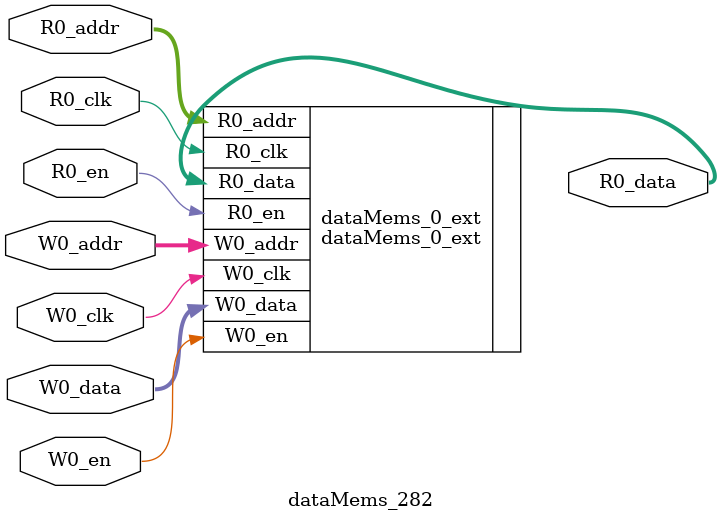
<source format=sv>
`ifndef RANDOMIZE
  `ifdef RANDOMIZE_REG_INIT
    `define RANDOMIZE
  `endif // RANDOMIZE_REG_INIT
`endif // not def RANDOMIZE
`ifndef RANDOMIZE
  `ifdef RANDOMIZE_MEM_INIT
    `define RANDOMIZE
  `endif // RANDOMIZE_MEM_INIT
`endif // not def RANDOMIZE

`ifndef RANDOM
  `define RANDOM $random
`endif // not def RANDOM

// Users can define 'PRINTF_COND' to add an extra gate to prints.
`ifndef PRINTF_COND_
  `ifdef PRINTF_COND
    `define PRINTF_COND_ (`PRINTF_COND)
  `else  // PRINTF_COND
    `define PRINTF_COND_ 1
  `endif // PRINTF_COND
`endif // not def PRINTF_COND_

// Users can define 'ASSERT_VERBOSE_COND' to add an extra gate to assert error printing.
`ifndef ASSERT_VERBOSE_COND_
  `ifdef ASSERT_VERBOSE_COND
    `define ASSERT_VERBOSE_COND_ (`ASSERT_VERBOSE_COND)
  `else  // ASSERT_VERBOSE_COND
    `define ASSERT_VERBOSE_COND_ 1
  `endif // ASSERT_VERBOSE_COND
`endif // not def ASSERT_VERBOSE_COND_

// Users can define 'STOP_COND' to add an extra gate to stop conditions.
`ifndef STOP_COND_
  `ifdef STOP_COND
    `define STOP_COND_ (`STOP_COND)
  `else  // STOP_COND
    `define STOP_COND_ 1
  `endif // STOP_COND
`endif // not def STOP_COND_

// Users can define INIT_RANDOM as general code that gets injected into the
// initializer block for modules with registers.
`ifndef INIT_RANDOM
  `define INIT_RANDOM
`endif // not def INIT_RANDOM

// If using random initialization, you can also define RANDOMIZE_DELAY to
// customize the delay used, otherwise 0.002 is used.
`ifndef RANDOMIZE_DELAY
  `define RANDOMIZE_DELAY 0.002
`endif // not def RANDOMIZE_DELAY

// Define INIT_RANDOM_PROLOG_ for use in our modules below.
`ifndef INIT_RANDOM_PROLOG_
  `ifdef RANDOMIZE
    `ifdef VERILATOR
      `define INIT_RANDOM_PROLOG_ `INIT_RANDOM
    `else  // VERILATOR
      `define INIT_RANDOM_PROLOG_ `INIT_RANDOM #`RANDOMIZE_DELAY begin end
    `endif // VERILATOR
  `else  // RANDOMIZE
    `define INIT_RANDOM_PROLOG_
  `endif // RANDOMIZE
`endif // not def INIT_RANDOM_PROLOG_

// Include register initializers in init blocks unless synthesis is set
`ifndef SYNTHESIS
  `ifndef ENABLE_INITIAL_REG_
    `define ENABLE_INITIAL_REG_
  `endif // not def ENABLE_INITIAL_REG_
`endif // not def SYNTHESIS

// Include rmemory initializers in init blocks unless synthesis is set
`ifndef SYNTHESIS
  `ifndef ENABLE_INITIAL_MEM_
    `define ENABLE_INITIAL_MEM_
  `endif // not def ENABLE_INITIAL_MEM_
`endif // not def SYNTHESIS

module dataMems_282(	// @[generators/ara/src/main/scala/UnsafeAXI4ToTL.scala:365:62]
  input  [4:0]  R0_addr,
  input         R0_en,
  input         R0_clk,
  output [66:0] R0_data,
  input  [4:0]  W0_addr,
  input         W0_en,
  input         W0_clk,
  input  [66:0] W0_data
);

  dataMems_0_ext dataMems_0_ext (	// @[generators/ara/src/main/scala/UnsafeAXI4ToTL.scala:365:62]
    .R0_addr (R0_addr),
    .R0_en   (R0_en),
    .R0_clk  (R0_clk),
    .R0_data (R0_data),
    .W0_addr (W0_addr),
    .W0_en   (W0_en),
    .W0_clk  (W0_clk),
    .W0_data (W0_data)
  );
endmodule


</source>
